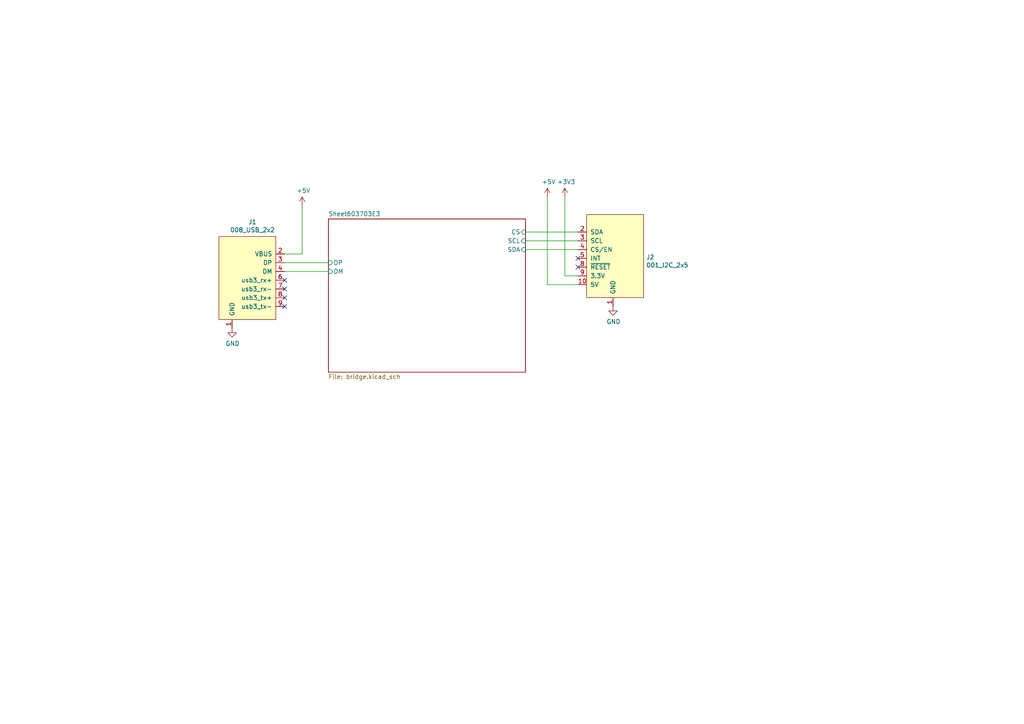
<source format=kicad_sch>
(kicad_sch (version 20211123) (generator eeschema)

  (uuid 75286985-9fa5-4d30-89c5-493b6e63cd66)

  (paper "A4")

  (lib_symbols
    (symbol "power:+3.3V" (power) (pin_names (offset 0)) (in_bom yes) (on_board yes)
      (property "Reference" "#PWR" (id 0) (at 0 -3.81 0)
        (effects (font (size 1.27 1.27)) hide)
      )
      (property "Value" "+3.3V" (id 1) (at 0 3.556 0)
        (effects (font (size 1.27 1.27)))
      )
      (property "Footprint" "" (id 2) (at 0 0 0)
        (effects (font (size 1.27 1.27)) hide)
      )
      (property "Datasheet" "" (id 3) (at 0 0 0)
        (effects (font (size 1.27 1.27)) hide)
      )
      (property "ki_keywords" "power-flag" (id 4) (at 0 0 0)
        (effects (font (size 1.27 1.27)) hide)
      )
      (property "ki_description" "Power symbol creates a global label with name \"+3.3V\"" (id 5) (at 0 0 0)
        (effects (font (size 1.27 1.27)) hide)
      )
      (symbol "+3.3V_0_1"
        (polyline
          (pts
            (xy -0.762 1.27)
            (xy 0 2.54)
          )
          (stroke (width 0) (type default) (color 0 0 0 0))
          (fill (type none))
        )
        (polyline
          (pts
            (xy 0 0)
            (xy 0 2.54)
          )
          (stroke (width 0) (type default) (color 0 0 0 0))
          (fill (type none))
        )
        (polyline
          (pts
            (xy 0 2.54)
            (xy 0.762 1.27)
          )
          (stroke (width 0) (type default) (color 0 0 0 0))
          (fill (type none))
        )
      )
      (symbol "+3.3V_1_1"
        (pin power_in line (at 0 0 90) (length 0) hide
          (name "+3V3" (effects (font (size 1.27 1.27))))
          (number "1" (effects (font (size 1.27 1.27))))
        )
      )
    )
    (symbol "power:+5V" (power) (pin_names (offset 0)) (in_bom yes) (on_board yes)
      (property "Reference" "#PWR" (id 0) (at 0 -3.81 0)
        (effects (font (size 1.27 1.27)) hide)
      )
      (property "Value" "+5V" (id 1) (at 0 3.556 0)
        (effects (font (size 1.27 1.27)))
      )
      (property "Footprint" "" (id 2) (at 0 0 0)
        (effects (font (size 1.27 1.27)) hide)
      )
      (property "Datasheet" "" (id 3) (at 0 0 0)
        (effects (font (size 1.27 1.27)) hide)
      )
      (property "ki_keywords" "power-flag" (id 4) (at 0 0 0)
        (effects (font (size 1.27 1.27)) hide)
      )
      (property "ki_description" "Power symbol creates a global label with name \"+5V\"" (id 5) (at 0 0 0)
        (effects (font (size 1.27 1.27)) hide)
      )
      (symbol "+5V_0_1"
        (polyline
          (pts
            (xy -0.762 1.27)
            (xy 0 2.54)
          )
          (stroke (width 0) (type default) (color 0 0 0 0))
          (fill (type none))
        )
        (polyline
          (pts
            (xy 0 0)
            (xy 0 2.54)
          )
          (stroke (width 0) (type default) (color 0 0 0 0))
          (fill (type none))
        )
        (polyline
          (pts
            (xy 0 2.54)
            (xy 0.762 1.27)
          )
          (stroke (width 0) (type default) (color 0 0 0 0))
          (fill (type none))
        )
      )
      (symbol "+5V_1_1"
        (pin power_in line (at 0 0 90) (length 0) hide
          (name "+5V" (effects (font (size 1.27 1.27))))
          (number "1" (effects (font (size 1.27 1.27))))
        )
      )
    )
    (symbol "power:GND" (power) (pin_names (offset 0)) (in_bom yes) (on_board yes)
      (property "Reference" "#PWR" (id 0) (at 0 -6.35 0)
        (effects (font (size 1.27 1.27)) hide)
      )
      (property "Value" "GND" (id 1) (at 0 -3.81 0)
        (effects (font (size 1.27 1.27)))
      )
      (property "Footprint" "" (id 2) (at 0 0 0)
        (effects (font (size 1.27 1.27)) hide)
      )
      (property "Datasheet" "" (id 3) (at 0 0 0)
        (effects (font (size 1.27 1.27)) hide)
      )
      (property "ki_keywords" "power-flag" (id 4) (at 0 0 0)
        (effects (font (size 1.27 1.27)) hide)
      )
      (property "ki_description" "Power symbol creates a global label with name \"GND\" , ground" (id 5) (at 0 0 0)
        (effects (font (size 1.27 1.27)) hide)
      )
      (symbol "GND_0_1"
        (polyline
          (pts
            (xy 0 0)
            (xy 0 -1.27)
            (xy 1.27 -1.27)
            (xy 0 -2.54)
            (xy -1.27 -1.27)
            (xy 0 -1.27)
          )
          (stroke (width 0) (type default) (color 0 0 0 0))
          (fill (type none))
        )
      )
      (symbol "GND_1_1"
        (pin power_in line (at 0 0 270) (length 0) hide
          (name "GND" (effects (font (size 1.27 1.27))))
          (number "1" (effects (font (size 1.27 1.27))))
        )
      )
    )
    (symbol "put_on_edge:001_I2C" (pin_names (offset 1.016)) (in_bom yes) (on_board yes)
      (property "Reference" "J" (id 0) (at -2.54 13.97 0)
        (effects (font (size 1.27 1.27)))
      )
      (property "Value" "001_I2C" (id 1) (at 8.89 13.97 0)
        (effects (font (size 1.27 1.27)))
      )
      (property "Footprint" "" (id 2) (at 7.62 16.51 0)
        (effects (font (size 1.27 1.27)) hide)
      )
      (property "Datasheet" "" (id 3) (at 7.62 16.51 0)
        (effects (font (size 1.27 1.27)) hide)
      )
      (symbol "001_I2C_0_1"
        (rectangle (start -8.89 12.7) (end 7.62 -11.43)
          (stroke (width 0) (type default) (color 0 0 0 0))
          (fill (type background))
        )
      )
      (symbol "001_I2C_1_1"
        (pin power_in line (at -1.27 -13.97 90) (length 2.54)
          (name "GND" (effects (font (size 1.27 1.27))))
          (number "1" (effects (font (size 1.27 1.27))))
        )
        (pin power_in line (at -11.43 -7.62 0) (length 2.54)
          (name "5V" (effects (font (size 1.27 1.27))))
          (number "10" (effects (font (size 1.27 1.27))))
        )
        (pin bidirectional line (at -11.43 7.62 0) (length 2.54)
          (name "SDA" (effects (font (size 1.27 1.27))))
          (number "2" (effects (font (size 1.27 1.27))))
        )
        (pin bidirectional line (at -11.43 5.08 0) (length 2.54)
          (name "SCL" (effects (font (size 1.27 1.27))))
          (number "3" (effects (font (size 1.27 1.27))))
        )
        (pin bidirectional line (at -11.43 2.54 0) (length 2.54)
          (name "CS/EN" (effects (font (size 1.27 1.27))))
          (number "4" (effects (font (size 1.27 1.27))))
        )
        (pin bidirectional line (at -11.43 0 0) (length 2.54)
          (name "INT" (effects (font (size 1.27 1.27))))
          (number "5" (effects (font (size 1.27 1.27))))
        )
        (pin bidirectional line (at -11.43 -2.54 0) (length 2.54)
          (name "~{RESET}" (effects (font (size 1.27 1.27))))
          (number "8" (effects (font (size 1.27 1.27))))
        )
        (pin power_in line (at -11.43 -5.08 0) (length 2.54)
          (name "3.3V" (effects (font (size 1.27 1.27))))
          (number "9" (effects (font (size 1.27 1.27))))
        )
      )
    )
    (symbol "put_on_edge:008_USB" (pin_names (offset 1.016)) (in_bom yes) (on_board yes)
      (property "Reference" "J" (id 0) (at -2.54 13.97 0)
        (effects (font (size 1.27 1.27)))
      )
      (property "Value" "008_USB" (id 1) (at 8.89 13.97 0)
        (effects (font (size 1.27 1.27)))
      )
      (property "Footprint" "" (id 2) (at 7.62 16.51 0)
        (effects (font (size 1.27 1.27)) hide)
      )
      (property "Datasheet" "" (id 3) (at 7.62 16.51 0)
        (effects (font (size 1.27 1.27)) hide)
      )
      (symbol "008_USB_0_1"
        (rectangle (start -8.89 12.7) (end 7.62 -11.43)
          (stroke (width 0) (type default) (color 0 0 0 0))
          (fill (type background))
        )
      )
      (symbol "008_USB_1_1"
        (pin power_in line (at 3.81 -13.97 90) (length 2.54)
          (name "GND" (effects (font (size 1.27 1.27))))
          (number "1" (effects (font (size 1.27 1.27))))
        )
        (pin power_in line (at -11.43 7.62 0) (length 2.54)
          (name "VBUS" (effects (font (size 1.27 1.27))))
          (number "2" (effects (font (size 1.27 1.27))))
        )
        (pin bidirectional line (at -11.43 5.08 0) (length 2.54)
          (name "DP" (effects (font (size 1.27 1.27))))
          (number "3" (effects (font (size 1.27 1.27))))
        )
        (pin bidirectional line (at -11.43 2.54 0) (length 2.54)
          (name "DM" (effects (font (size 1.27 1.27))))
          (number "4" (effects (font (size 1.27 1.27))))
        )
        (pin input line (at -11.43 0 0) (length 2.54)
          (name "usb3_rx+" (effects (font (size 1.27 1.27))))
          (number "6" (effects (font (size 1.27 1.27))))
        )
        (pin input line (at -11.43 -2.54 0) (length 2.54)
          (name "usb3_rx-" (effects (font (size 1.27 1.27))))
          (number "7" (effects (font (size 1.27 1.27))))
        )
        (pin input line (at -11.43 -5.08 0) (length 2.54)
          (name "usb3_tx+" (effects (font (size 1.27 1.27))))
          (number "8" (effects (font (size 1.27 1.27))))
        )
        (pin input line (at -11.43 -7.62 0) (length 2.54)
          (name "usb3_tx-" (effects (font (size 1.27 1.27))))
          (number "9" (effects (font (size 1.27 1.27))))
        )
      )
    )
  )


  (no_connect (at 82.55 86.36) (uuid 412a87c8-be25-4d32-8fe5-1aeed3265854))
  (no_connect (at 82.55 81.28) (uuid 634f1bbf-7356-47c8-8fb1-56a0c758ceaa))
  (no_connect (at 167.64 77.47) (uuid 8a965f95-d9e0-4107-89f8-227184669539))
  (no_connect (at 82.55 88.9) (uuid 9ec6db0e-dbfa-4807-a7e4-34436afca78c))
  (no_connect (at 82.55 83.82) (uuid db054211-adc2-4e08-83fb-cab81d1ee6aa))
  (no_connect (at 167.64 74.93) (uuid e5cd6a81-7b88-40fa-819c-47f20b424490))

  (wire (pts (xy 167.64 69.85) (xy 152.4 69.85))
    (stroke (width 0) (type default) (color 0 0 0 0))
    (uuid 13475e15-f37c-4de8-857e-1722b0c39513)
  )
  (wire (pts (xy 158.75 82.55) (xy 167.64 82.55))
    (stroke (width 0) (type default) (color 0 0 0 0))
    (uuid 1860e030-7a36-4298-b7fc-a16d48ab15ba)
  )
  (wire (pts (xy 152.4 72.39) (xy 167.64 72.39))
    (stroke (width 0) (type default) (color 0 0 0 0))
    (uuid 2732632c-4768-42b6-bf7f-14643424019e)
  )
  (wire (pts (xy 167.64 67.31) (xy 152.4 67.31))
    (stroke (width 0) (type default) (color 0 0 0 0))
    (uuid 3dcc657b-55a1-48e0-9667-e01e7b6b08b5)
  )
  (wire (pts (xy 87.63 59.69) (xy 87.63 73.66))
    (stroke (width 0) (type default) (color 0 0 0 0))
    (uuid 4e3d7c0d-12e3-42f2-b944-e4bcdbbcac2a)
  )
  (wire (pts (xy 167.64 80.01) (xy 163.83 80.01))
    (stroke (width 0) (type default) (color 0 0 0 0))
    (uuid 6a1ef558-7dfe-419f-96a1-8543d578e853)
  )
  (wire (pts (xy 82.55 76.2) (xy 95.25 76.2))
    (stroke (width 0) (type default) (color 0 0 0 0))
    (uuid 712d6a7d-2b62-464f-b745-fd2a6b0187f6)
  )
  (wire (pts (xy 87.63 73.66) (xy 82.55 73.66))
    (stroke (width 0) (type default) (color 0 0 0 0))
    (uuid aa02e544-13f5-4cf8-a5f4-3e6cda006090)
  )
  (wire (pts (xy 158.75 57.15) (xy 158.75 82.55))
    (stroke (width 0) (type default) (color 0 0 0 0))
    (uuid b1169a2d-8998-4b50-a48d-c520bcc1b8e1)
  )
  (wire (pts (xy 82.55 78.74) (xy 95.25 78.74))
    (stroke (width 0) (type default) (color 0 0 0 0))
    (uuid b3d08afa-f296-4e3b-8825-73b6331d35bf)
  )
  (wire (pts (xy 163.83 57.15) (xy 163.83 80.01))
    (stroke (width 0) (type default) (color 0 0 0 0))
    (uuid b6270a28-e0d9-4655-a18a-03dbf007b940)
  )

  (symbol (lib_id "put_on_edge:008_USB") (at 71.12 81.28 0) (mirror y) (unit 1)
    (in_bom yes) (on_board yes)
    (uuid 00000000-0000-0000-0000-00006036e1af)
    (property "Reference" "J1" (id 0) (at 73.2282 64.389 0))
    (property "Value" "008_USB_2x2" (id 1) (at 73.2282 66.7004 0))
    (property "Footprint" "on_edge:on_edge_2x05_device" (id 2) (at 63.5 64.77 0)
      (effects (font (size 1.27 1.27)) hide)
    )
    (property "Datasheet" "" (id 3) (at 63.5 64.77 0)
      (effects (font (size 1.27 1.27)) hide)
    )
    (pin "1" (uuid 5176d4fb-d06f-4620-a08a-213e466c1dc6))
    (pin "2" (uuid 885ebe43-b6ad-42fe-bc71-d7c9ebc3d292))
    (pin "3" (uuid 78c93809-c958-455d-931e-82166c718317))
    (pin "4" (uuid 49e717ca-b0d0-414e-b5e8-1510a280c2b7))
    (pin "6" (uuid f5658d82-b1f1-4623-9aa5-a4da5c2dea60))
    (pin "7" (uuid 86a5ec63-1178-49ae-94a8-878980161b09))
    (pin "8" (uuid f50d2417-7fb6-4d30-bf5d-954d976d6a06))
    (pin "9" (uuid 8bc252d2-d881-4e18-ae45-53ac695f9597))
  )

  (symbol (lib_id "power:GND") (at 67.31 95.25 0) (unit 1)
    (in_bom yes) (on_board yes)
    (uuid 00000000-0000-0000-0000-000060371938)
    (property "Reference" "#PWR0101" (id 0) (at 67.31 101.6 0)
      (effects (font (size 1.27 1.27)) hide)
    )
    (property "Value" "GND" (id 1) (at 67.437 99.6442 0))
    (property "Footprint" "" (id 2) (at 67.31 95.25 0)
      (effects (font (size 1.27 1.27)) hide)
    )
    (property "Datasheet" "" (id 3) (at 67.31 95.25 0)
      (effects (font (size 1.27 1.27)) hide)
    )
    (pin "1" (uuid 8545e859-cc2b-47af-a4a3-c8bfa7686ae6))
  )

  (symbol (lib_id "put_on_edge:001_I2C") (at 179.07 74.93 0) (unit 1)
    (in_bom yes) (on_board yes)
    (uuid 00000000-0000-0000-0000-0000603bf1bf)
    (property "Reference" "J2" (id 0) (at 187.4012 74.5998 0)
      (effects (font (size 1.27 1.27)) (justify left))
    )
    (property "Value" "001_I2C_2x5" (id 1) (at 187.4012 76.9112 0)
      (effects (font (size 1.27 1.27)) (justify left))
    )
    (property "Footprint" "on_edge:on_edge_2x05_device" (id 2) (at 186.69 58.42 0)
      (effects (font (size 1.27 1.27)) hide)
    )
    (property "Datasheet" "" (id 3) (at 186.69 58.42 0)
      (effects (font (size 1.27 1.27)) hide)
    )
    (pin "1" (uuid 6281ebbb-35e7-4c8d-ad07-5d6ab74e0763))
    (pin "10" (uuid 09118278-a3fb-4e56-92ba-18a4cf132197))
    (pin "2" (uuid 500073c1-0fa8-4528-a7af-5be89a04c2f5))
    (pin "3" (uuid 90c55946-f96a-4393-a762-855d95bd073d))
    (pin "4" (uuid 0b3227c6-fd96-426f-9aea-13a31e9981b7))
    (pin "5" (uuid 8a8a1ca4-9314-4934-bb66-432522c960ab))
    (pin "8" (uuid 75feadef-e37d-4521-8b15-1ef8ad04de97))
    (pin "9" (uuid 01d5420c-1969-4148-a4ff-cb4af3b8426e))
  )

  (symbol (lib_id "power:GND") (at 177.8 88.9 0) (unit 1)
    (in_bom yes) (on_board yes)
    (uuid 00000000-0000-0000-0000-0000603c044f)
    (property "Reference" "#PWR0120" (id 0) (at 177.8 95.25 0)
      (effects (font (size 1.27 1.27)) hide)
    )
    (property "Value" "GND" (id 1) (at 177.927 93.2942 0))
    (property "Footprint" "" (id 2) (at 177.8 88.9 0)
      (effects (font (size 1.27 1.27)) hide)
    )
    (property "Datasheet" "" (id 3) (at 177.8 88.9 0)
      (effects (font (size 1.27 1.27)) hide)
    )
    (pin "1" (uuid 22202db7-fce3-4c9f-9e9d-5e844bf305cb))
  )

  (symbol (lib_id "power:+5V") (at 87.63 59.69 0)
    (in_bom yes) (on_board yes)
    (uuid 00000000-0000-0000-0000-0000603c0eed)
    (property "Reference" "#PWR0121" (id 0) (at 87.63 63.5 0)
      (effects (font (size 1.27 1.27)) hide)
    )
    (property "Value" "+5V" (id 1) (at 88.011 55.2958 0))
    (property "Footprint" "" (id 2) (at 87.63 59.69 0)
      (effects (font (size 1.27 1.27)) hide)
    )
    (property "Datasheet" "" (id 3) (at 87.63 59.69 0)
      (effects (font (size 1.27 1.27)) hide)
    )
    (pin "1" (uuid 99925a09-3547-4bbc-8891-512afa7e0bb6))
  )

  (symbol (lib_id "power:+5V") (at 158.75 57.15 0)
    (in_bom yes) (on_board yes)
    (uuid 00000000-0000-0000-0000-0000603c1501)
    (property "Reference" "#PWR0122" (id 0) (at 158.75 60.96 0)
      (effects (font (size 1.27 1.27)) hide)
    )
    (property "Value" "+5V" (id 1) (at 159.131 52.7558 0))
    (property "Footprint" "" (id 2) (at 158.75 57.15 0)
      (effects (font (size 1.27 1.27)) hide)
    )
    (property "Datasheet" "" (id 3) (at 158.75 57.15 0)
      (effects (font (size 1.27 1.27)) hide)
    )
    (pin "1" (uuid 0b9da606-9229-4112-bb23-1fa47e61fbaf))
  )

  (symbol (lib_id "power:+3.3V") (at 163.83 57.15 0) (unit 1)
    (in_bom yes) (on_board yes)
    (uuid 00000000-0000-0000-0000-0000603c1a9e)
    (property "Reference" "#PWR0123" (id 0) (at 163.83 60.96 0)
      (effects (font (size 1.27 1.27)) hide)
    )
    (property "Value" "+3.3V" (id 1) (at 164.211 52.7558 0))
    (property "Footprint" "" (id 2) (at 163.83 57.15 0)
      (effects (font (size 1.27 1.27)) hide)
    )
    (property "Datasheet" "" (id 3) (at 163.83 57.15 0)
      (effects (font (size 1.27 1.27)) hide)
    )
    (pin "1" (uuid 7005c7b0-c02c-46d5-90b4-e0fc60f17383))
  )

  (sheet (at 95.25 63.5) (size 57.15 44.45) (fields_autoplaced)
    (stroke (width 0) (type solid) (color 0 0 0 0))
    (fill (color 0 0 0 0.0000))
    (uuid 00000000-0000-0000-0000-0000603703e4)
    (property "Sheet name" "Sheet603703E3" (id 0) (at 95.25 62.7884 0)
      (effects (font (size 1.27 1.27)) (justify left bottom))
    )
    (property "Sheet file" "bridge.kicad_sch" (id 1) (at 95.25 108.5346 0)
      (effects (font (size 1.27 1.27)) (justify left top))
    )
    (pin "DP" input (at 95.25 76.2 180)
      (effects (font (size 1.27 1.27)) (justify left))
      (uuid 68e09be7-3bbc-4443-a838-209ce20b2bef)
    )
    (pin "DM" input (at 95.25 78.74 180)
      (effects (font (size 1.27 1.27)) (justify left))
      (uuid 67621f9e-0a6a-4778-ad69-04dcf300659c)
    )
    (pin "SCL" input (at 152.4 69.85 0)
      (effects (font (size 1.27 1.27)) (justify right))
      (uuid 128e34ce-eee7-477d-b905-a493e98db783)
    )
    (pin "SDA" input (at 152.4 72.39 0)
      (effects (font (size 1.27 1.27)) (justify right))
      (uuid c801d42e-dd94-493e-bd2f-6c3ddad43f55)
    )
    (pin "CS" input (at 152.4 67.31 0)
      (effects (font (size 1.27 1.27)) (justify right))
      (uuid 3172f2e2-18d2-4a80-ae30-5707b3409798)
    )
  )

  (sheet_instances
    (path "/" (page "1"))
    (path "/00000000-0000-0000-0000-0000603703e4" (page "2"))
  )

  (symbol_instances
    (path "/00000000-0000-0000-0000-000060371938"
      (reference "#PWR0101") (unit 1) (value "GND") (footprint "")
    )
    (path "/00000000-0000-0000-0000-0000603703e4/00000000-0000-0000-0000-0000603a98a1"
      (reference "#PWR0102") (unit 1) (value "GND") (footprint "")
    )
    (path "/00000000-0000-0000-0000-0000603703e4/00000000-0000-0000-0000-0000603aa012"
      (reference "#PWR0103") (unit 1) (value "GND") (footprint "")
    )
    (path "/00000000-0000-0000-0000-0000603703e4/00000000-0000-0000-0000-0000603ab4fd"
      (reference "#PWR0104") (unit 1) (value "+3.3V") (footprint "")
    )
    (path "/00000000-0000-0000-0000-0000603703e4/00000000-0000-0000-0000-0000603abee0"
      (reference "#PWR0105") (unit 1) (value "+3.3V") (footprint "")
    )
    (path "/00000000-0000-0000-0000-0000603703e4/00000000-0000-0000-0000-0000603ac557"
      (reference "#PWR0106") (unit 1) (value "+3.3V") (footprint "")
    )
    (path "/00000000-0000-0000-0000-0000603703e4/00000000-0000-0000-0000-0000603ad065"
      (reference "#PWR0107") (unit 1) (value "+3.3V") (footprint "")
    )
    (path "/00000000-0000-0000-0000-0000603703e4/00000000-0000-0000-0000-0000603af823"
      (reference "#PWR0108") (unit 1) (value "GND") (footprint "")
    )
    (path "/00000000-0000-0000-0000-0000603703e4/00000000-0000-0000-0000-0000603b031f"
      (reference "#PWR0109") (unit 1) (value "GND") (footprint "")
    )
    (path "/00000000-0000-0000-0000-0000603703e4/00000000-0000-0000-0000-0000603b148c"
      (reference "#PWR0110") (unit 1) (value "GND") (footprint "")
    )
    (path "/00000000-0000-0000-0000-0000603703e4/00000000-0000-0000-0000-0000603b1af2"
      (reference "#PWR0111") (unit 1) (value "+3.3V") (footprint "")
    )
    (path "/00000000-0000-0000-0000-0000603703e4/00000000-0000-0000-0000-0000603b2c95"
      (reference "#PWR0112") (unit 1) (value "GND") (footprint "")
    )
    (path "/00000000-0000-0000-0000-0000603703e4/00000000-0000-0000-0000-0000603b2c9b"
      (reference "#PWR0113") (unit 1) (value "+3.3V") (footprint "")
    )
    (path "/00000000-0000-0000-0000-0000603703e4/00000000-0000-0000-0000-0000603b35df"
      (reference "#PWR0114") (unit 1) (value "GND") (footprint "")
    )
    (path "/00000000-0000-0000-0000-0000603703e4/00000000-0000-0000-0000-0000603b3e5a"
      (reference "#PWR0115") (unit 1) (value "GND") (footprint "")
    )
    (path "/00000000-0000-0000-0000-0000603703e4/00000000-0000-0000-0000-0000603b4115"
      (reference "#PWR0116") (unit 1) (value "+5V") (footprint "")
    )
    (path "/00000000-0000-0000-0000-0000603703e4/00000000-0000-0000-0000-0000603b5214"
      (reference "#PWR0117") (unit 1) (value "+5V") (footprint "")
    )
    (path "/00000000-0000-0000-0000-0000603703e4/00000000-0000-0000-0000-0000603b575f"
      (reference "#PWR0118") (unit 1) (value "+5V") (footprint "")
    )
    (path "/00000000-0000-0000-0000-0000603703e4/00000000-0000-0000-0000-0000603b62ea"
      (reference "#PWR0119") (unit 1) (value "+5V") (footprint "")
    )
    (path "/00000000-0000-0000-0000-0000603c044f"
      (reference "#PWR0120") (unit 1) (value "GND") (footprint "")
    )
    (path "/00000000-0000-0000-0000-0000603c0eed"
      (reference "#PWR0121") (unit 1) (value "+5V") (footprint "")
    )
    (path "/00000000-0000-0000-0000-0000603c1501"
      (reference "#PWR0122") (unit 1) (value "+5V") (footprint "")
    )
    (path "/00000000-0000-0000-0000-0000603c1a9e"
      (reference "#PWR0123") (unit 1) (value "+3.3V") (footprint "")
    )
    (path "/00000000-0000-0000-0000-0000603703e4/3b60aff3-3a50-4427-afae-d3619cacb7cb"
      (reference "#PWR0124") (unit 1) (value "+3.3V") (footprint "")
    )
    (path "/00000000-0000-0000-0000-0000603703e4/b46057e1-5283-40e9-88bb-78ba8b85abe2"
      (reference "#PWR0125") (unit 1) (value "+5V") (footprint "")
    )
    (path "/00000000-0000-0000-0000-0000603703e4/2b45b075-d64b-4dd3-8397-5bded9905c80"
      (reference "#PWR0126") (unit 1) (value "GND") (footprint "")
    )
    (path "/00000000-0000-0000-0000-0000603703e4/d997f084-5725-45b5-bd69-5bad4af20ed8"
      (reference "#PWR0127") (unit 1) (value "GND") (footprint "")
    )
    (path "/00000000-0000-0000-0000-0000603703e4/d1c2bee7-da78-4ffd-9638-091f75689851"
      (reference "#PWR0128") (unit 1) (value "GND") (footprint "")
    )
    (path "/00000000-0000-0000-0000-0000603703e4/f852b25b-0f4a-4519-9ae9-bbd163074a4e"
      (reference "#PWR0129") (unit 1) (value "GND") (footprint "")
    )
    (path "/00000000-0000-0000-0000-0000603703e4/00000000-0000-0000-0000-0000603afe96"
      (reference "C1") (unit 1) (value "10nF") (footprint "Capacitor_SMD:C_0603_1608Metric")
    )
    (path "/00000000-0000-0000-0000-0000603703e4/00000000-0000-0000-0000-0000603b0cc4"
      (reference "C2") (unit 1) (value "100nF") (footprint "Capacitor_SMD:C_0603_1608Metric")
    )
    (path "/00000000-0000-0000-0000-0000603703e4/00000000-0000-0000-0000-0000603b2c8f"
      (reference "C3") (unit 1) (value "100nF") (footprint "Capacitor_SMD:C_0603_1608Metric")
    )
    (path "/00000000-0000-0000-0000-0000603703e4/00000000-0000-0000-0000-0000603b35d9"
      (reference "C4") (unit 1) (value "4.7uF") (footprint "Capacitor_SMD:C_0603_1608Metric")
    )
    (path "/00000000-0000-0000-0000-0000603703e4/00000000-0000-0000-0000-0000603b3e54"
      (reference "C5") (unit 1) (value "100nF") (footprint "Capacitor_SMD:C_0603_1608Metric")
    )
    (path "/00000000-0000-0000-0000-0000603703e4/fe77482a-5d18-46c0-b9eb-cb5c41beaaaf"
      (reference "C6") (unit 1) (value "100nF") (footprint "Capacitor_SMD:C_0603_1608Metric")
    )
    (path "/00000000-0000-0000-0000-0000603703e4/a92dc261-ce17-4e4e-a0c2-1c9e9aa4ffd5"
      (reference "C7") (unit 1) (value "1uF") (footprint "Capacitor_SMD:C_0603_1608Metric")
    )
    (path "/00000000-0000-0000-0000-0000603703e4/e022ebc1-8624-46d4-9e07-e18b7427be3e"
      (reference "C8") (unit 1) (value "1uF") (footprint "Capacitor_SMD:C_0603_1608Metric")
    )
    (path "/00000000-0000-0000-0000-00006036e1af"
      (reference "J1") (unit 1) (value "008_USB_2x2") (footprint "on_edge:on_edge_2x05_device")
    )
    (path "/00000000-0000-0000-0000-0000603bf1bf"
      (reference "J2") (unit 1) (value "001_I2C_2x5") (footprint "on_edge:on_edge_2x05_device")
    )
    (path "/00000000-0000-0000-0000-0000603703e4/00000000-0000-0000-0000-0000603b6fc3"
      (reference "R1") (unit 1) (value "27R") (footprint "Resistor_SMD:R_0603_1608Metric")
    )
    (path "/00000000-0000-0000-0000-0000603703e4/00000000-0000-0000-0000-0000603b78c1"
      (reference "R2") (unit 1) (value "27R") (footprint "Resistor_SMD:R_0603_1608Metric")
    )
    (path "/00000000-0000-0000-0000-0000603703e4/00000000-0000-0000-0000-0000603ae4fc"
      (reference "R3") (unit 1) (value "1k") (footprint "Resistor_SMD:R_0603_1608Metric")
    )
    (path "/00000000-0000-0000-0000-0000603703e4/00000000-0000-0000-0000-0000603ae913"
      (reference "R4") (unit 1) (value "1k") (footprint "Resistor_SMD:R_0603_1608Metric")
    )
    (path "/00000000-0000-0000-0000-0000603703e4/00000000-0000-0000-0000-0000603aa95a"
      (reference "R5") (unit 1) (value "1k") (footprint "Resistor_SMD:R_0603_1608Metric")
    )
    (path "/00000000-0000-0000-0000-0000603703e4/00000000-0000-0000-0000-0000603aafa9"
      (reference "R6") (unit 1) (value "1k") (footprint "Resistor_SMD:R_0603_1608Metric")
    )
    (path "/00000000-0000-0000-0000-0000603703e4/00000000-0000-0000-0000-0000603ae2af"
      (reference "U1") (unit 1) (value "FT201XS") (footprint "Package_SO:SSOP-16_3.9x4.9mm_P0.635mm")
    )
    (path "/00000000-0000-0000-0000-0000603703e4/5ec9efdb-f238-41cb-a0d2-c5196f299aec"
      (reference "U2") (unit 1) (value "TC1017-xCT") (footprint "Package_TO_SOT_SMD:SOT-23-5")
    )
  )
)

</source>
